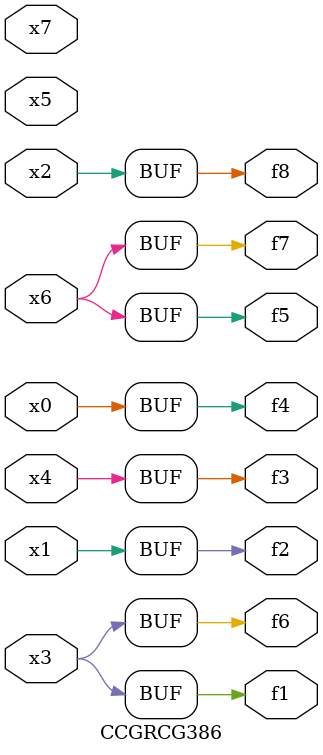
<source format=v>
module CCGRCG386(
	input x0, x1, x2, x3, x4, x5, x6, x7,
	output f1, f2, f3, f4, f5, f6, f7, f8
);
	assign f1 = x3;
	assign f2 = x1;
	assign f3 = x4;
	assign f4 = x0;
	assign f5 = x6;
	assign f6 = x3;
	assign f7 = x6;
	assign f8 = x2;
endmodule

</source>
